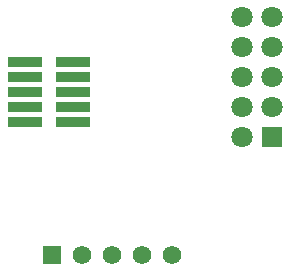
<source format=gts>
G04*
G04 #@! TF.GenerationSoftware,Altium Limited,Altium Designer,23.5.1 (21)*
G04*
G04 Layer_Color=8388736*
%FSLAX44Y44*%
%MOMM*%
G71*
G04*
G04 #@! TF.SameCoordinates,9F5EF0EC-7799-46C5-AC4F-AA06264B0910*
G04*
G04*
G04 #@! TF.FilePolarity,Negative*
G04*
G01*
G75*
%ADD16R,2.9932X0.9432*%
%ADD17C,1.5700*%
%ADD18R,1.5700X1.5700*%
%ADD19C,1.8032*%
%ADD20R,1.8032X1.8032*%
D16*
X1269970Y568960D02*
D03*
Y581660D02*
D03*
Y594360D02*
D03*
Y607060D02*
D03*
Y619760D02*
D03*
X1310670D02*
D03*
Y607060D02*
D03*
Y594360D02*
D03*
Y581660D02*
D03*
Y568960D02*
D03*
D17*
X1394460Y455930D02*
D03*
X1369060D02*
D03*
X1343660D02*
D03*
X1318260D02*
D03*
D18*
X1292860D02*
D03*
D19*
X1454150Y657860D02*
D03*
Y632460D02*
D03*
X1479550Y657860D02*
D03*
Y632460D02*
D03*
X1454150Y607060D02*
D03*
X1479550D02*
D03*
X1454150Y581660D02*
D03*
X1479550D02*
D03*
X1454150Y556260D02*
D03*
D20*
X1479550D02*
D03*
M02*

</source>
